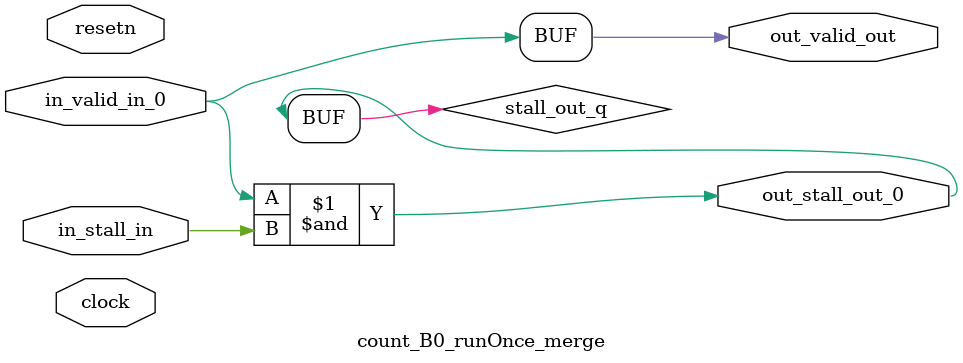
<source format=sv>



(* altera_attribute = "-name AUTO_SHIFT_REGISTER_RECOGNITION OFF; -name MESSAGE_DISABLE 10036; -name MESSAGE_DISABLE 10037; -name MESSAGE_DISABLE 14130; -name MESSAGE_DISABLE 14320; -name MESSAGE_DISABLE 15400; -name MESSAGE_DISABLE 14130; -name MESSAGE_DISABLE 10036; -name MESSAGE_DISABLE 12020; -name MESSAGE_DISABLE 12030; -name MESSAGE_DISABLE 12010; -name MESSAGE_DISABLE 12110; -name MESSAGE_DISABLE 14320; -name MESSAGE_DISABLE 13410; -name MESSAGE_DISABLE 113007; -name MESSAGE_DISABLE 10958" *)
module count_B0_runOnce_merge (
    input wire [0:0] in_stall_in,
    input wire [0:0] in_valid_in_0,
    output wire [0:0] out_stall_out_0,
    output wire [0:0] out_valid_out,
    input wire clock,
    input wire resetn
    );

    wire [0:0] stall_out_q;


    // stall_out(LOGICAL,6)
    assign stall_out_q = in_valid_in_0 & in_stall_in;

    // out_stall_out_0(GPOUT,4)
    assign out_stall_out_0 = stall_out_q;

    // out_valid_out(GPOUT,5)
    assign out_valid_out = in_valid_in_0;

endmodule

</source>
